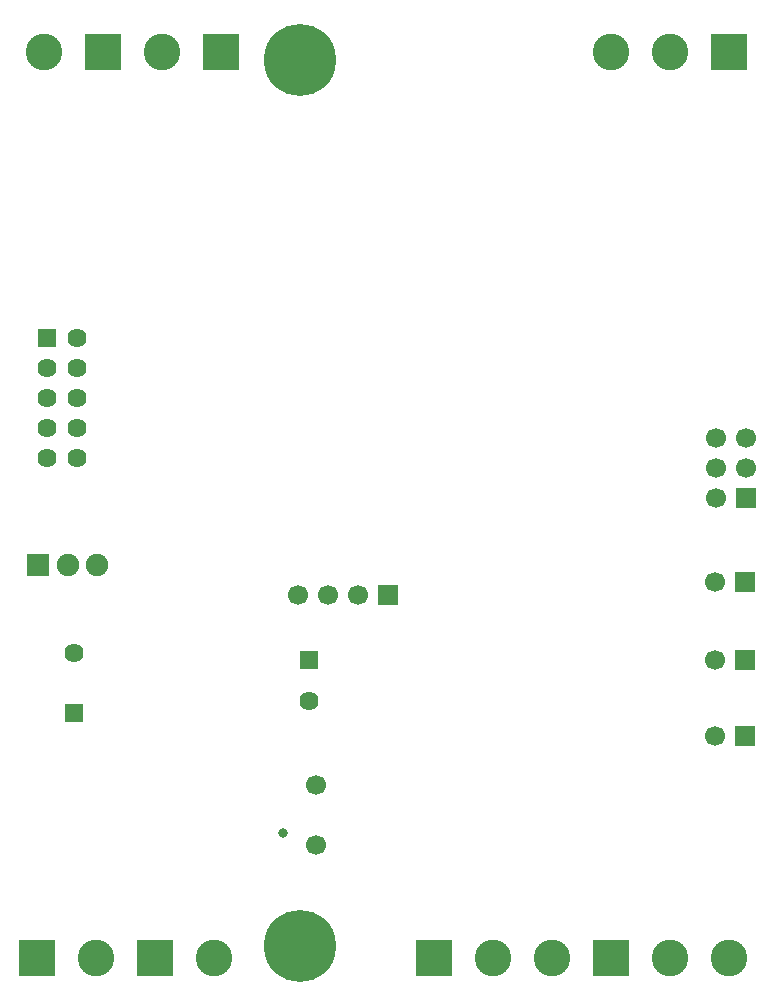
<source format=gbs>
G04*
G04 #@! TF.GenerationSoftware,Altium Limited,Altium Designer,18.1.7 (191)*
G04*
G04 Layer_Color=16711935*
%FSLAX24Y24*%
%MOIN*%
G70*
G01*
G75*
%ADD78C,0.0639*%
%ADD79R,0.0639X0.0639*%
%ADD80C,0.1220*%
%ADD81R,0.1220X0.1220*%
%ADD82C,0.0669*%
%ADD83R,0.0669X0.0669*%
%ADD84C,0.0748*%
%ADD85R,0.0748X0.0748*%
%ADD86R,0.0669X0.0669*%
%ADD87C,0.2402*%
%ADD88C,0.0316*%
D78*
X2343Y13742D02*
D03*
X10167Y12136D02*
D03*
X1451Y23246D02*
D03*
Y20246D02*
D03*
Y21246D02*
D03*
X2451Y23246D02*
D03*
Y24246D02*
D03*
Y20246D02*
D03*
Y21246D02*
D03*
X1451Y22246D02*
D03*
X2451D02*
D03*
D79*
X2343Y11742D02*
D03*
X10167Y13514D02*
D03*
X1451Y24246D02*
D03*
D80*
X18268Y3593D02*
D03*
X16299D02*
D03*
X24173D02*
D03*
X22205D02*
D03*
X20236Y33780D02*
D03*
X22205D02*
D03*
X5276D02*
D03*
X7008Y3593D02*
D03*
X1339Y33780D02*
D03*
X3071Y3593D02*
D03*
D81*
X14331D02*
D03*
X20236D02*
D03*
X24173Y33780D02*
D03*
X7244D02*
D03*
X5039Y3593D02*
D03*
X3307Y33780D02*
D03*
X1102Y3593D02*
D03*
D82*
X10404Y9341D02*
D03*
Y7341D02*
D03*
X23711Y16112D02*
D03*
Y13514D02*
D03*
Y10984D02*
D03*
X11815Y15669D02*
D03*
X9815D02*
D03*
X10815D02*
D03*
X23744Y20917D02*
D03*
X24744D02*
D03*
X23744Y19917D02*
D03*
Y18917D02*
D03*
X24744Y19917D02*
D03*
D83*
X24711Y16112D02*
D03*
Y13514D02*
D03*
Y10984D02*
D03*
X12815Y15669D02*
D03*
D84*
X2136Y16663D02*
D03*
X3120D02*
D03*
D85*
X1152D02*
D03*
D86*
X24744Y18917D02*
D03*
D87*
X9882Y33504D02*
D03*
Y3976D02*
D03*
D88*
X9301Y7746D02*
D03*
M02*

</source>
